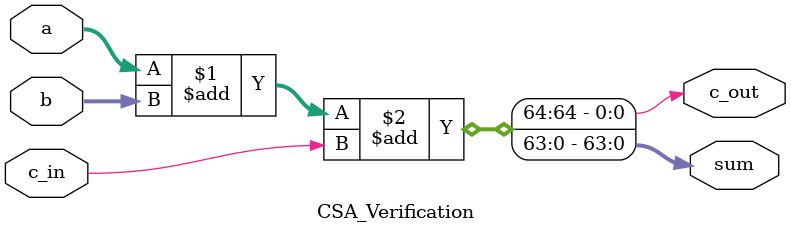
<source format=v>
`timescale 1ns / 1ps

module CSA_Verification(c_out, sum, a, b, c_in);

	input [63:0] a;    //declare inputs a, b, and c_in, one bit each
	input [63:0] b; 
	input c_in;
	output c_out;
	output [63:0] sum; //declare outputs c_out and sum, one bit each
    
	assign {c_out, sum} = a + b + c_in;

endmodule

</source>
